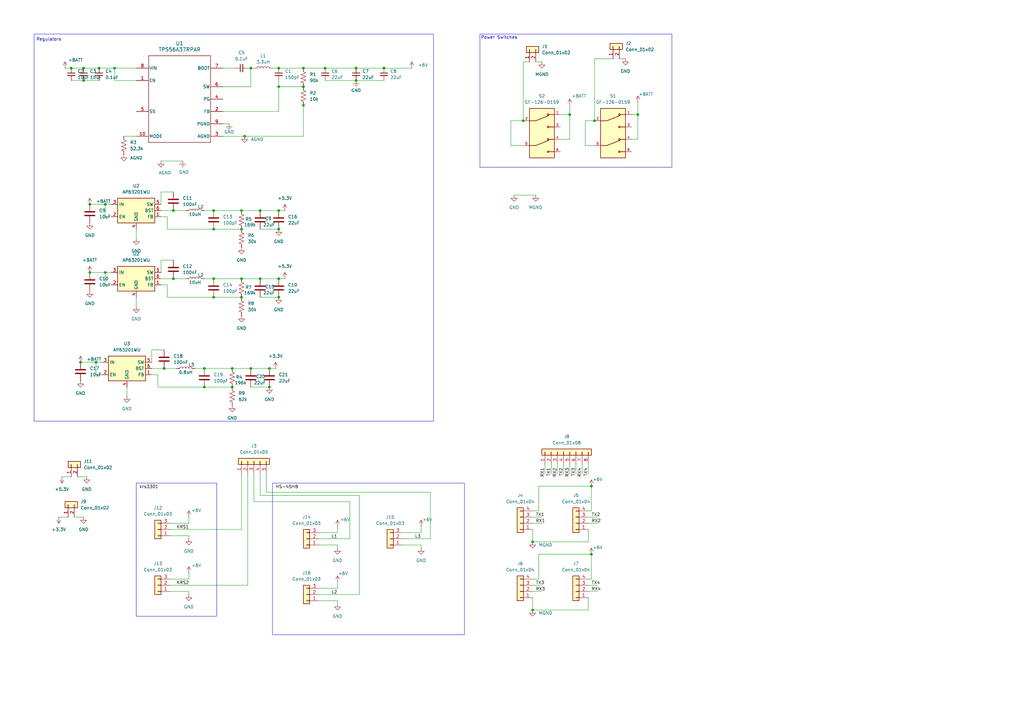
<source format=kicad_sch>
(kicad_sch (version 20250114) (generator "eeschema") (generator_version "9.0")
  (paper "A3")
  (lib_symbols
    (symbol "2026-01-05_00-17-44:TPS56A37RPAR" (pin_names (offset 0.254))
      (property "Reference" "U" (at 0 2.54 0))
      (property "Value" "TPS56A37RPAR" (at 0 0 0))
      (symbol "TPS56A37RPAR_0_1"
        (pin power_in line (at 0 0 0) (length 5.08) (name "VIN") (number "8"))
        (pin input line (at 0 -5.08 0) (length 5.08) (name "EN") (number "1"))
        (pin unspecified line (at 0 -17.78 0) (length 5.08) (name "SS") (number "5"))
        (pin unspecified line (at 0 -27.94 0) (length 5.08) (name "MODE") (number "10"))
        (pin unspecified line (at 35.56 0 180) (length 5.08) (name "BOOT") (number "7"))
        (pin unspecified line (at 35.56 -7.62 180) (length 5.08) (name "SW") (number "6"))
        (pin open_collector line (at 35.56 -12.7 180) (length 5.08) (name "PG") (number "4"))
        (pin unspecified line (at 35.56 -17.78 180) (length 5.08) (name "FB") (number "2"))
        (pin power_in line (at 35.56 -22.86 180) (length 5.08) (name "PGND") (number "9"))
        (pin power_in line (at 35.56 -27.94 180) (length 5.08) (name "AGND") (number "3"))
      )
    )
    (symbol "Connector_Generic:Conn_01x02" (pin_names (offset 1.016) (hide yes))
      (property "Reference" "J" (at 0 2.54 0))
      (property "Value" "Conn_01x02" (at 0 -5.08 0))
      (symbol "Conn_01x02_1_1"
        (pin passive line (at -5.08 0 0) (length 3.81) (name "Pin_1") (number "1"))
        (pin passive line (at -5.08 -2.54 0) (length 3.81) (name "Pin_2") (number "2"))
      )
    )
    (symbol "Connector_Generic:Conn_01x03" (pin_names (offset 1.016) (hide yes))
      (property "Reference" "J" (at 0 5.08 0))
      (property "Value" "Conn_01x03" (at 0 -5.08 0))
      (symbol "Conn_01x03_1_1"
        (pin passive line (at -5.08 2.54 0) (length 3.81) (name "Pin_1") (number "1"))
        (pin passive line (at -5.08 0 0) (length 3.81) (name "Pin_2") (number "2"))
        (pin passive line (at -5.08 -2.54 0) (length 3.81) (name "Pin_3") (number "3"))
      )
    )
    (symbol "Connector_Generic:Conn_01x04" (pin_names (offset 1.016) (hide yes))
      (property "Reference" "J" (at 0 5.08 0))
      (property "Value" "Conn_01x04" (at 0 -7.62 0))
      (symbol "Conn_01x04_1_1"
        (pin passive line (at -5.08 2.54 0) (length 3.81) (name "Pin_1") (number "1"))
        (pin passive line (at -5.08 0 0) (length 3.81) (name "Pin_2") (number "2"))
        (pin passive line (at -5.08 -2.54 0) (length 3.81) (name "Pin_3") (number "3"))
        (pin passive line (at -5.08 -5.08 0) (length 3.81) (name "Pin_4") (number "4"))
      )
    )
    (symbol "Connector_Generic:Conn_01x05" (pin_names (offset 1.016) (hide yes))
      (property "Reference" "J" (at 0 7.62 0))
      (property "Value" "Conn_01x05" (at 0 -7.62 0))
      (symbol "Conn_01x05_1_1"
        (pin passive line (at -5.08 5.08 0) (length 3.81) (name "Pin_1") (number "1"))
        (pin passive line (at -5.08 2.54 0) (length 3.81) (name "Pin_2") (number "2"))
        (pin passive line (at -5.08 0 0) (length 3.81) (name "Pin_3") (number "3"))
        (pin passive line (at -5.08 -2.54 0) (length 3.81) (name "Pin_4") (number "4"))
        (pin passive line (at -5.08 -5.08 0) (length 3.81) (name "Pin_5") (number "5"))
      )
    )
    (symbol "Connector_Generic:Conn_01x08" (pin_names (offset 1.016) (hide yes))
      (property "Reference" "J" (at 0 10.16 0))
      (property "Value" "Conn_01x08" (at 0 -12.7 0))
      (symbol "Conn_01x08_1_1"
        (pin passive line (at -5.08 7.62 0) (length 3.81) (name "Pin_1") (number "1"))
        (pin passive line (at -5.08 5.08 0) (length 3.81) (name "Pin_2") (number "2"))
        (pin passive line (at -5.08 2.54 0) (length 3.81) (name "Pin_3") (number "3"))
        (pin passive line (at -5.08 0 0) (length 3.81) (name "Pin_4") (number "4"))
        (pin passive line (at -5.08 -2.54 0) (length 3.81) (name "Pin_5") (number "5"))
        (pin passive line (at -5.08 -5.08 0) (length 3.81) (name "Pin_6") (number "6"))
        (pin passive line (at -5.08 -7.62 0) (length 3.81) (name "Pin_7") (number "7"))
        (pin passive line (at -5.08 -10.16 0) (length 3.81) (name "Pin_8") (number "8"))
      )
    )
    (symbol "Device:C" (pin_numbers (hide yes)) (pin_names (offset 0.254))
      (property "Reference" "C" (at 0.635 2.54 0))
      (property "Value" "C" (at 0.635 -2.54 0))
      (symbol "C_1_1"
        (pin passive line (at 0 3.81 270) (length 2.794) (name "~") (number "1"))
        (pin passive line (at 0 -3.81 90) (length 2.794) (name "~") (number "2"))
      )
    )
    (symbol "Device:C_Small" (pin_numbers (hide yes)) (pin_names (offset 0.254) (hide yes))
      (property "Reference" "C" (at 0.254 1.778 0))
      (property "Value" "C_Small" (at 0.254 -2.032 0))
      (symbol "C_Small_1_1"
        (pin passive line (at 0 2.54 270) (length 2.032) (name "~") (number "1"))
        (pin passive line (at 0 -2.54 90) (length 2.032) (name "~") (number "2"))
      )
    )
    (symbol "Device:L" (pin_numbers (hide yes)) (pin_names (offset 1.016) (hide yes))
      (property "Reference" "L" (at -1.27 0 90))
      (property "Value" "L" (at 1.905 0 90))
      (symbol "L_1_1"
        (pin passive line (at 0 3.81 270) (length 1.27) (name "1") (number "1"))
        (pin passive line (at 0 -3.81 90) (length 1.27) (name "2") (number "2"))
      )
    )
    (symbol "Device:R_US" (pin_numbers (hide yes)) (pin_names (offset 0))
      (property "Reference" "R" (at 2.54 0 90))
      (property "Value" "R_US" (at -2.54 0 90))
      (symbol "R_US_1_1"
        (pin passive line (at 0 3.81 270) (length 1.27) (name "~") (number "1"))
        (pin passive line (at 0 -3.81 90) (length 1.27) (name "~") (number "2"))
      )
    )
    (symbol "GF-126-0159:GF-126-0159" (pin_names (offset 1.016))
      (property "Reference" "S" (at -5.08 10.922 0))
      (property "Value" "GF-126-0159" (at -5.08 -12.7 0))
      (symbol "GF-126-0159_0_0"
        (pin passive line (at -7.62 5.08 0) (length 2.54) (name "~") (number "2"))
        (pin passive line (at -7.62 -5.08 0) (length 2.54) (name "~") (number "5"))
        (pin passive line (at 7.62 7.62 180) (length 2.54) (name "~") (number "1"))
        (pin passive line (at 7.62 2.54 180) (length 2.54) (name "~") (number "3"))
        (pin passive line (at 7.62 -2.54 180) (length 2.54) (name "~") (number "4"))
        (pin passive line (at 7.62 -7.62 180) (length 2.54) (name "~") (number "6"))
      )
    )
    (symbol "Regulator_Switching:AP63201WU"
      (property "Reference" "U" (at -7.62 6.35 0))
      (property "Value" "AP63201WU" (at 2.54 6.35 0))
      (symbol "AP63201WU_1_1"
        (pin power_in line (at -10.16 2.54 0) (length 2.54) (name "IN") (number "3"))
        (pin input line (at -10.16 -2.54 0) (length 2.54) (name "EN") (number "2"))
        (pin power_in line (at 0 -7.62 90) (length 2.54) (name "GND") (number "4"))
        (pin output line (at 10.16 2.54 180) (length 2.54) (name "SW") (number "5"))
        (pin passive line (at 10.16 0 180) (length 2.54) (name "BST") (number "6"))
        (pin input line (at 10.16 -2.54 180) (length 2.54) (name "FB") (number "1"))
      )
    )
    (symbol "power:+1V0" (power) (pin_numbers (hide yes)) (pin_names (offset 0) (hide yes))
      (property "Value" "+1V0" (at 0 3.556 0))
      (symbol "+1V0_1_1"
        (pin power_in line (at 0 0 90) (length 0) (name "~") (number "1"))
      )
    )
    (symbol "power:+6V" (power) (pin_numbers (hide yes)) (pin_names (offset 0) (hide yes))
      (property "Value" "+6V" (at 0 3.556 0))
      (symbol "+6V_1_1"
        (pin power_in line (at 0 0 90) (length 0) (name "~") (number "1"))
      )
    )
    (symbol "power:Earth" (power) (pin_numbers (hide yes)) (pin_names (offset 0) (hide yes))
      (property "Value" "Earth" (at 0 -3.81 0))
      (symbol "Earth_1_1"
        (pin power_in line (at 0 0 270) (length 0) (name "~") (number "1"))
      )
    )
    (symbol "power:GND" (power) (pin_numbers (hide yes)) (pin_names (offset 0) (hide yes))
      (property "Value" "GND" (at 0 -3.81 0))
      (symbol "GND_1_1"
        (pin power_in line (at 0 0 270) (length 0) (name "~") (number "1"))
      )
    )
  )
  (rectangle (start 111.76 198.12) (end 190.5 260.35))
  (rectangle (start 196.85 13.97) (end 275.59 68.58))
  (rectangle (start 55.88 198.12) (end 88.9 252.73))
  (rectangle (start 13.97 13.97) (end 177.8 172.72))
  (text "Regulators\n" (at 20.066 16.256 0) (effects (font (size 1.27 1.27))))
  (text "Power Switches\n" (at 204.724 15.494 0) (effects (font (size 1.27 1.27))))
  (junction (at 124.46 27.94))
  (junction (at 157.48 27.94))
  (junction (at 243.84 49.53))
  (junction (at 242.57 227.33))
  (junction (at 83.82 151.13))
  (junction (at 124.46 35.56))
  (junction (at 95.25 158.75))
  (junction (at 114.3 114.3))
  (junction (at 87.63 86.36))
  (junction (at 39.37 148.59))
  (junction (at 100.33 55.88))
  (junction (at 40.64 27.94))
  (junction (at 36.83 83.82))
  (junction (at 87.63 114.3))
  (junction (at 95.25 151.13))
  (junction (at 87.63 121.92))
  (junction (at 87.63 93.98))
  (junction (at 83.82 158.75))
  (junction (at 114.3 35.56))
  (junction (at 218.44 250.19))
  (junction (at 114.3 93.98))
  (junction (at 99.06 121.92))
  (junction (at 146.05 33.02))
  (junction (at 36.83 111.76))
  (junction (at 114.3 86.36))
  (junction (at 43.18 111.76))
  (junction (at 34.29 27.94))
  (junction (at 106.68 86.36))
  (junction (at 146.05 27.94))
  (junction (at 242.57 199.39))
  (junction (at 46.99 27.94))
  (junction (at 114.3 27.94))
  (junction (at 71.12 114.3))
  (junction (at 99.06 114.3))
  (junction (at 99.06 86.36))
  (junction (at 34.29 33.02))
  (junction (at 114.3 121.92))
  (junction (at 29.21 27.94))
  (junction (at 261.62 46.99))
  (junction (at 124.46 43.18))
  (junction (at 133.35 27.94))
  (junction (at 71.12 86.36))
  (junction (at 110.49 158.75))
  (junction (at 33.02 148.59))
  (junction (at 218.44 222.25))
  (junction (at 102.87 27.94))
  (junction (at 214.63 49.53))
  (junction (at 67.31 151.13))
  (junction (at 102.87 151.13))
  (junction (at 43.18 83.82))
  (junction (at 99.06 93.98))
  (junction (at 110.49 151.13))
  (junction (at 233.68 46.99))
  (junction (at 106.68 114.3))
  (wire (pts (xy 147.32 203.2) (xy 106.68 203.2)))
  (wire (pts (xy 40.64 33.02) (xy 34.29 33.02)))
  (wire (pts (xy 29.21 195.58) (xy 25.4 195.58)))
  (wire (pts (xy 68.58 116.84) (xy 66.04 116.84)))
  (wire (pts (xy 209.55 49.53) (xy 214.63 49.53)))
  (wire (pts (xy 238.76 190.5) (xy 238.76 194.31)))
  (wire (pts (xy 26.67 27.94) (xy 29.21 27.94)))
  (wire (pts (xy 261.62 46.99) (xy 261.62 57.15)))
  (wire (pts (xy 106.68 114.3) (xy 99.06 114.3)))
  (wire (pts (xy 218.44 250.19) (xy 241.3 250.19)))
  (wire (pts (xy 241.3 190.5) (xy 241.3 194.31)))
  (wire (pts (xy 240.03 49.53) (xy 243.84 49.53)))
  (wire (pts (xy 233.68 190.5) (xy 233.68 194.31)))
  (wire (pts (xy 66.04 86.36) (xy 71.12 86.36)))
  (wire (pts (xy 45.72 116.84) (xy 43.18 116.84)))
  (wire (pts (xy 43.18 83.82) (xy 36.83 83.82)))
  (wire (pts (xy 27.94 212.09) (xy 24.13 212.09)))
  (wire (pts (xy 240.03 59.69) (xy 240.03 49.53)))
  (wire (pts (xy 256.54 24.13) (xy 254 24.13)))
  (wire (pts (xy 233.68 57.15) (xy 229.87 57.15)))
  (wire (pts (xy 114.3 33.02) (xy 114.3 35.56)))
  (wire (pts (xy 69.85 237.49) (xy 77.47 237.49)))
  (wire (pts (xy 87.63 93.98) (xy 68.58 93.98)))
  (wire (pts (xy 110.49 158.75) (xy 102.87 158.75)))
  (wire (pts (xy 62.23 143.51) (xy 67.31 143.51)))
  (wire (pts (xy 157.48 27.94) (xy 168.91 27.94)))
  (wire (pts (xy 157.48 27.94) (xy 146.05 27.94)))
  (wire (pts (xy 77.47 219.71) (xy 77.47 220.98)))
  (wire (pts (xy 76.2 114.3) (xy 71.12 114.3)))
  (wire (pts (xy 130.81 220.98) (xy 143.51 220.98)))
  (wire (pts (xy 102.87 35.56) (xy 102.87 27.94)))
  (wire (pts (xy 241.3 242.57) (xy 245.11 242.57)))
  (wire (pts (xy 100.33 55.88) (xy 91.44 55.88)))
  (wire (pts (xy 46.99 33.02) (xy 55.88 33.02)))
  (wire (pts (xy 111.76 27.94) (xy 114.3 27.94)))
  (wire (pts (xy 172.72 215.9) (xy 172.72 218.44)))
  (wire (pts (xy 218.44 242.57) (xy 222.25 242.57)))
  (wire (pts (xy 64.77 158.75) (xy 64.77 153.67)))
  (wire (pts (xy 241.3 222.25) (xy 241.3 217.17)))
  (wire (pts (xy 43.18 88.9) (xy 43.18 83.82)))
  (wire (pts (xy 241.3 240.03) (xy 245.11 240.03)))
  (wire (pts (xy 220.98 209.55) (xy 220.98 199.39)))
  (wire (pts (xy 165.1 223.52) (xy 172.72 223.52)))
  (wire (pts (xy 43.18 116.84) (xy 43.18 111.76)))
  (wire (pts (xy 91.44 45.72) (xy 114.3 45.72)))
  (wire (pts (xy 52.07 162.56) (xy 52.07 158.75)))
  (wire (pts (xy 220.98 237.49) (xy 220.98 227.33)))
  (wire (pts (xy 114.3 35.56) (xy 124.46 35.56)))
  (wire (pts (xy 62.23 151.13) (xy 67.31 151.13)))
  (wire (pts (xy 176.53 201.93) (xy 176.53 220.98)))
  (wire (pts (xy 165.1 220.98) (xy 176.53 220.98)))
  (wire (pts (xy 242.57 209.55) (xy 241.3 209.55)))
  (wire (pts (xy 29.21 27.94) (xy 34.29 27.94)))
  (wire (pts (xy 77.47 212.09) (xy 77.47 214.63)))
  (wire (pts (xy 114.3 121.92) (xy 106.68 121.92)))
  (wire (pts (xy 241.3 212.09) (xy 245.11 212.09)))
  (wire (pts (xy 66.04 111.76) (xy 66.04 106.68)))
  (wire (pts (xy 80.01 151.13) (xy 83.82 151.13)))
  (wire (pts (xy 214.63 59.69) (xy 209.55 59.69)))
  (wire (pts (xy 218.44 222.25) (xy 241.3 222.25)))
  (wire (pts (xy 138.43 223.52) (xy 138.43 224.79)))
  (wire (pts (xy 95.25 158.75) (xy 83.82 158.75)))
  (wire (pts (xy 242.57 227.33) (xy 242.57 237.49)))
  (wire (pts (xy 130.81 223.52) (xy 138.43 223.52)))
  (wire (pts (xy 45.72 83.82) (xy 43.18 83.82)))
  (wire (pts (xy 214.63 25.4) (xy 214.63 49.53)))
  (wire (pts (xy 101.6 194.31) (xy 101.6 240.03)))
  (wire (pts (xy 91.44 35.56) (xy 102.87 35.56)))
  (wire (pts (xy 130.81 246.38) (xy 138.43 246.38)))
  (wire (pts (xy 68.58 93.98) (xy 68.58 88.9)))
  (wire (pts (xy 220.98 199.39) (xy 242.57 199.39)))
  (wire (pts (xy 138.43 215.9) (xy 138.43 218.44)))
  (wire (pts (xy 91.44 50.8) (xy 93.98 50.8)))
  (wire (pts (xy 157.48 33.02) (xy 146.05 33.02)))
  (wire (pts (xy 30.48 212.09) (xy 34.29 212.09)))
  (wire (pts (xy 138.43 246.38) (xy 138.43 247.65)))
  (wire (pts (xy 218.44 217.17) (xy 218.44 222.25)))
  (wire (pts (xy 29.21 33.02) (xy 34.29 33.02)))
  (wire (pts (xy 133.35 27.94) (xy 146.05 27.94)))
  (wire (pts (xy 218.44 240.03) (xy 222.25 240.03)))
  (wire (pts (xy 226.06 190.5) (xy 226.06 194.31)))
  (wire (pts (xy 102.87 151.13) (xy 110.49 151.13)))
  (wire (pts (xy 99.06 217.17) (xy 99.06 194.31)))
  (wire (pts (xy 99.06 121.92) (xy 87.63 121.92)))
  (wire (pts (xy 50.8 55.88) (xy 55.88 55.88)))
  (wire (pts (xy 138.43 238.76) (xy 138.43 241.3)))
  (wire (pts (xy 72.39 151.13) (xy 67.31 151.13)))
  (wire (pts (xy 91.44 27.94) (xy 96.52 27.94)))
  (wire (pts (xy 114.3 93.98) (xy 106.68 93.98)))
  (wire (pts (xy 99.06 93.98) (xy 87.63 93.98)))
  (wire (pts (xy 69.85 240.03) (xy 101.6 240.03)))
  (wire (pts (xy 109.22 201.93) (xy 176.53 201.93)))
  (wire (pts (xy 106.68 114.3) (xy 114.3 114.3)))
  (wire (pts (xy 223.52 190.5) (xy 223.52 194.31)))
  (wire (pts (xy 231.14 190.5) (xy 231.14 194.31)))
  (wire (pts (xy 228.6 190.5) (xy 228.6 194.31)))
  (wire (pts (xy 46.99 27.94) (xy 55.88 27.94)))
  (wire (pts (xy 233.68 43.18) (xy 233.68 46.99)))
  (wire (pts (xy 233.68 46.99) (xy 229.87 46.99)))
  (wire (pts (xy 83.82 114.3) (xy 87.63 114.3)))
  (wire (pts (xy 261.62 46.99) (xy 259.08 46.99)))
  (wire (pts (xy 41.91 148.59) (xy 39.37 148.59)))
  (wire (pts (xy 31.75 195.58) (xy 35.56 195.58)))
  (wire (pts (xy 113.03 151.13) (xy 110.49 151.13)))
  (wire (pts (xy 218.44 209.55) (xy 220.98 209.55)))
  (wire (pts (xy 39.37 153.67) (xy 39.37 148.59)))
  (wire (pts (xy 243.84 49.53) (xy 243.84 24.13)))
  (wire (pts (xy 106.68 86.36) (xy 114.3 86.36)))
  (wire (pts (xy 143.51 205.74) (xy 104.14 205.74)))
  (wire (pts (xy 99.06 114.3) (xy 87.63 114.3)))
  (wire (pts (xy 77.47 234.95) (xy 77.47 237.49)))
  (wire (pts (xy 243.84 24.13) (xy 251.46 24.13)))
  (wire (pts (xy 116.84 114.3) (xy 114.3 114.3)))
  (wire (pts (xy 66.04 114.3) (xy 71.12 114.3)))
  (wire (pts (xy 124.46 41.91) (xy 124.46 43.18)))
  (wire (pts (xy 261.62 57.15) (xy 259.08 57.15)))
  (wire (pts (xy 236.22 190.5) (xy 236.22 194.31)))
  (wire (pts (xy 74.93 66.04) (xy 66.04 66.04)))
  (wire (pts (xy 218.44 237.49) (xy 220.98 237.49)))
  (wire (pts (xy 222.25 25.4) (xy 219.71 25.4)))
  (wire (pts (xy 106.68 203.2) (xy 106.68 194.31)))
  (wire (pts (xy 69.85 242.57) (xy 77.47 242.57)))
  (wire (pts (xy 165.1 218.44) (xy 172.72 218.44)))
  (wire (pts (xy 143.51 220.98) (xy 143.51 205.74)))
  (wire (pts (xy 76.2 86.36) (xy 71.12 86.36)))
  (wire (pts (xy 99.06 86.36) (xy 87.63 86.36)))
  (wire (pts (xy 55.88 97.79) (xy 55.88 93.98)))
  (wire (pts (xy 77.47 242.57) (xy 77.47 243.84)))
  (wire (pts (xy 261.62 41.91) (xy 261.62 46.99)))
  (wire (pts (xy 124.46 43.18) (xy 124.46 55.88)))
  (wire (pts (xy 124.46 27.94) (xy 133.35 27.94)))
  (wire (pts (xy 124.46 55.88) (xy 100.33 55.88)))
  (wire (pts (xy 45.72 88.9) (xy 43.18 88.9)))
  (wire (pts (xy 69.85 214.63) (xy 77.47 214.63)))
  (wire (pts (xy 66.04 106.68) (xy 71.12 106.68)))
  (wire (pts (xy 210.82 80.01) (xy 219.71 80.01)))
  (wire (pts (xy 133.35 33.02) (xy 146.05 33.02)))
  (wire (pts (xy 218.44 214.63) (xy 222.25 214.63)))
  (wire (pts (xy 104.14 205.74) (xy 104.14 194.31)))
  (wire (pts (xy 114.3 27.94) (xy 124.46 27.94)))
  (wire (pts (xy 233.68 46.99) (xy 233.68 57.15)))
  (wire (pts (xy 66.04 83.82) (xy 66.04 78.74)))
  (wire (pts (xy 109.22 194.31) (xy 109.22 201.93)))
  (wire (pts (xy 66.04 78.74) (xy 71.12 78.74)))
  (wire (pts (xy 62.23 148.59) (xy 62.23 143.51)))
  (wire (pts (xy 83.82 158.75) (xy 64.77 158.75)))
  (wire (pts (xy 101.6 27.94) (xy 102.87 27.94)))
  (wire (pts (xy 218.44 245.11) (xy 218.44 250.19)))
  (wire (pts (xy 218.44 212.09) (xy 222.25 212.09)))
  (wire (pts (xy 242.57 199.39) (xy 242.57 209.55)))
  (wire (pts (xy 114.3 45.72) (xy 114.3 35.56)))
  (wire (pts (xy 241.3 214.63) (xy 245.11 214.63)))
  (wire (pts (xy 64.77 153.67) (xy 62.23 153.67)))
  (wire (pts (xy 172.72 223.52) (xy 172.72 224.79)))
  (wire (pts (xy 34.29 27.94) (xy 40.64 27.94)))
  (wire (pts (xy 214.63 25.4) (xy 217.17 25.4)))
  (wire (pts (xy 242.57 237.49) (xy 241.3 237.49)))
  (wire (pts (xy 69.85 219.71) (xy 77.47 219.71)))
  (wire (pts (xy 116.84 86.36) (xy 114.3 86.36)))
  (wire (pts (xy 55.88 125.73) (xy 55.88 121.92)))
  (wire (pts (xy 130.81 243.84) (xy 147.32 243.84)))
  (wire (pts (xy 41.91 153.67) (xy 39.37 153.67)))
  (wire (pts (xy 43.18 111.76) (xy 36.83 111.76)))
  (wire (pts (xy 39.37 148.59) (xy 33.02 148.59)))
  (wire (pts (xy 68.58 88.9) (xy 66.04 88.9)))
  (wire (pts (xy 241.3 250.19) (xy 241.3 245.11)))
  (wire (pts (xy 46.99 27.94) (xy 46.99 33.02)))
  (wire (pts (xy 83.82 86.36) (xy 87.63 86.36)))
  (wire (pts (xy 209.55 59.69) (xy 209.55 49.53)))
  (wire (pts (xy 45.72 111.76) (xy 43.18 111.76)))
  (wire (pts (xy 102.87 27.94) (xy 104.14 27.94)))
  (wire (pts (xy 40.64 27.94) (xy 46.99 27.94)))
  (wire (pts (xy 106.68 86.36) (xy 99.06 86.36)))
  (wire (pts (xy 243.84 59.69) (xy 240.03 59.69)))
  (wire (pts (xy 95.25 151.13) (xy 83.82 151.13)))
  (wire (pts (xy 102.87 151.13) (xy 95.25 151.13)))
  (wire (pts (xy 87.63 121.92) (xy 68.58 121.92)))
  (wire (pts (xy 220.98 227.33) (xy 242.57 227.33)))
  (wire (pts (xy 68.58 121.92) (xy 68.58 116.84)))
  (wire (pts (xy 130.81 241.3) (xy 138.43 241.3)))
  (wire (pts (xy 147.32 243.84) (xy 147.32 203.2)))
  (wire (pts (xy 69.85 217.17) (xy 99.06 217.17)))
  (wire (pts (xy 130.81 218.44) (xy 138.43 218.44)))
  (label "RX2" (at 228.6 191.77 270))
  (label "KRS1" (at 72.39 217.17 0))
  (label "TX1" (at 226.06 191.77 270))
  (label "TX2" (at 242.57 212.09 0))
  (label "RX4" (at 242.57 242.57 0))
  (label "TX4" (at 242.57 240.03 0))
  (label "TX1" (at 219.71 212.09 0))
  (label "TX2" (at 231.14 191.77 270))
  (label "L1" (at 135.89 220.98 0))
  (label "L2" (at 135.89 243.84 0))
  (label "HS-45HB" (at 113.03 200.66 0))
  (label "RX3" (at 219.71 242.57 0))
  (label "L3" (at 170.18 220.98 0))
  (label "TX3" (at 219.71 240.03 0))
  (label "RX3" (at 233.68 191.77 270))
  (label "KRS2" (at 72.39 240.03 0))
  (label "RX1" (at 223.52 191.77 270))
  (label "RX1" (at 219.71 214.63 0))
  (label "RX4" (at 238.76 191.77 270))
  (label "RX2" (at 242.57 214.63 0))
  (label "krs3301" (at 57.15 200.66 0))
  (label "TX4" (at 241.3 191.77 270))
  (label "TX3" (at 236.22 191.77 270))
  (symbol (lib_id "Device:L") (at 80.01 86.36 90) (unit 1)
    (property "Reference" "L2" (at 82.296 84.836 90))
    (property "Value" "10uH" (at 80.01 87.884 90))
    (property "Footprint" "Inductor_SMD:L_1210_3225Metric" (effects (hide yes)))
    (property "Description" "Inductor" (effects (hide yes)))
  )
  (symbol (lib_id "power:GND") (at 55.88 97.79 0) (unit 1)
    (property "Reference" "#PWR010" (effects (hide yes)))
    (property "Value" "GND" (at 55.88 102.87 0))
    (property "Description" "Power symbol creates a global label with name \"GND\" , ground" (effects (hide yes)))
  )
  (symbol (lib_id "Connector_Generic:Conn_01x02") (at 251.46 19.05 90) (unit 1)
    (property "Reference" "J2" (at 256.54 17.7799 90) (effects (justify right)))
    (property "Value" "Conn_01x02" (at 256.54 20.3199 90) (effects (justify right)))
    (property "Footprint" "Connector_Molex:Molex_KK-396_A-41791-0002_1x02_P3.96mm_Vertical" (effects (hide yes)))
    (property "Description" "Generic connector, single row, 01x02, script generated (kicad-library-utils/schlib/autogen/connector/)" (effects (hide yes)))
  )
  (symbol (lib_id "power:GND") (at 218.44 250.19 0) (unit 1)
    (property "Reference" "#PWR033" (effects (hide yes)))
    (property "Value" "MGND" (at 220.98 251.4599 0) (effects (justify left)))
    (property "Description" "Power symbol creates a global label with name \"GND\" , ground" (effects (hide yes)))
  )
  (symbol (lib_id "power:+1V0") (at 36.83 83.82 0) (unit 1)
    (property "Reference" "#PWR028" (effects (hide yes)))
    (property "Value" "+BATT" (at 39.37 82.5499 0) (effects (justify left)))
    (property "Description" "Power symbol creates a global label with name \"+1V0\"" (effects (hide yes)))
  )
  (symbol (lib_id "Device:C_Small") (at 157.48 30.48 0) (unit 1)
    (property "Reference" "C8" (at 160.02 29.2162 0) (effects (justify left)))
    (property "Value" "22uF" (at 160.02 31.7562 0) (effects (justify left)))
    (property "Description" "Unpolarized capacitor, small symbol" (effects (hide yes)))
  )
  (symbol (lib_id "GF-126-0159:GF-126-0159") (at 251.46 54.61 0) (unit 1)
    (property "Reference" "S1" (at 251.46 39.37 0))
    (property "Value" "GF-126-0159" (at 251.46 41.91 0))
    (property "Footprint" "GF_126_0159:SW_GF-126-0159" (effects (hide yes)))
    (property "MF" "CW Industries" (effects (hide yes)))
    (property "Purchase-URL" "https://pricing.snapeda.com/search/part/GF-126-0159/?ref=eda" (effects (hide yes)))
    (property "Package" "None" (effects (hide yes)))
    (property "Price" "None" (effects (hide yes)))
    (property "MP" "GF-126-0159" (effects (hide yes)))
    (property "Availability" "In Stock" (effects (hide yes)))
    (property "Description_1" "Slide Switch DPDT Through Hole" (effects (hide yes)))
  )
  (symbol (lib_id "power:GND") (at 95.25 166.37 0) (unit 1)
    (property "Reference" "#PWR015" (effects (hide yes)))
    (property "Value" "GND" (at 95.25 171.45 0))
    (property "Description" "Power symbol creates a global label with name \"GND\" , ground" (effects (hide yes)))
  )
  (symbol (lib_id "power:+6V") (at 26.67 27.94 0) (unit 1)
    (property "Reference" "#PWR01" (effects (hide yes)))
    (property "Value" "+BATT" (at 27.94 24.638 0) (effects (justify left)))
    (property "Description" "Power symbol creates a global label with name \"+6V\"" (effects (hide yes)))
  )
  (symbol (lib_id "Device:R_US") (at 99.06 90.17 0) (unit 1)
    (property "Reference" "R5" (at 100.584 89.916 0) (effects (justify left)))
    (property "Value" "169k" (at 100.076 92.202 0) (effects (justify left)))
    (property "Footprint" "Resistor_SMD:R_0603_1608Metric" (effects (hide yes)))
    (property "Description" "Resistor, US symbol" (effects (hide yes)))
  )
  (symbol (lib_id "power:GND") (at 172.72 224.79 0) (unit 1)
    (property "Reference" "#PWR039" (effects (hide yes)))
    (property "Value" "GND" (at 172.72 229.87 0))
    (property "Description" "Power symbol creates a global label with name \"GND\" , ground" (effects (hide yes)))
  )
  (symbol (lib_id "Device:C_Small") (at 133.35 30.48 0) (unit 1)
    (property "Reference" "C6" (at 135.89 29.2162 0) (effects (justify left)))
    (property "Value" "22uF" (at 135.89 31.7562 0) (effects (justify left)))
    (property "Description" "Unpolarized capacitor, small symbol" (effects (hide yes)))
  )
  (symbol (lib_id "power:GND") (at 256.54 24.13 0) (unit 1)
    (property "Reference" "#PWR019" (effects (hide yes)))
    (property "Value" "GND" (at 256.54 29.21 0))
    (property "Description" "Power symbol creates a global label with name \"GND\" , ground" (effects (hide yes)))
  )
  (symbol (lib_id "power:+1V0") (at 33.02 148.59 0) (unit 1)
    (property "Reference" "#PWR012" (effects (hide yes)))
    (property "Value" "+BATT" (at 35.56 147.3199 0) (effects (justify left)))
    (property "Description" "Power symbol creates a global label with name \"+1V0\"" (effects (hide yes)))
  )
  (symbol (lib_id "Regulator_Switching:AP63201WU") (at 55.88 86.36 0) (unit 1)
    (property "Reference" "U2" (at 55.88 76.2 0))
    (property "Value" "AP63201WU" (at 55.88 78.74 0))
    (property "Footprint" "Package_TO_SOT_SMD:TSOT-23-6" (effects (hide yes)))
    (property "Datasheet" "https://www.diodes.com/assets/Datasheets/AP63200-AP63201-AP63203-AP63205.pdf" (effects (hide yes)))
    (property "Description" "2A, 500kHz Buck DC/DC Converter, adjustable output voltage, TSOT-23-6" (effects (hide yes)))
  )
  (symbol (lib_id "power:+1V0") (at 116.84 114.3 0) (unit 1)
    (property "Reference" "#PWR031" (effects (hide yes)))
    (property "Value" "+5.3V" (at 116.84 109.22 0))
    (property "Description" "Power symbol creates a global label with name \"+1V0\"" (effects (hide yes)))
  )
  (symbol (lib_id "Device:C") (at 36.83 87.63 0) (unit 1)
    (property "Reference" "C9" (at 40.64 86.3599 0) (effects (justify left)))
    (property "Value" "10uF" (at 40.64 88.8999 0) (effects (justify left)))
    (property "Footprint" "Capacitor_SMD:C_0603_1608Metric" (effects (hide yes)))
    (property "Description" "Unpolarized capacitor" (effects (hide yes)))
  )
  (symbol (lib_id "Connector_Generic:Conn_01x03") (at 64.77 217.17 180) (unit 1)
    (property "Reference" "J12" (at 64.77 208.28 0))
    (property "Value" "Conn_01x03" (at 64.77 210.82 0))
    (property "Footprint" "Connector_JST:JST_EH_B3B-EH-A_1x03_P2.50mm_Vertical" (effects (hide yes)))
    (property "Description" "Generic connector, single row, 01x03, script generated (kicad-library-utils/schlib/autogen/connector/)" (effects (hide yes)))
  )
  (symbol (lib_id "Connector_Generic:Conn_01x04") (at 236.22 214.63 180) (unit 1)
    (property "Reference" "J5" (at 236.22 203.2 0))
    (property "Value" "Conn_01x04" (at 236.22 205.74 0))
    (property "Description" "Generic connector, single row, 01x04, script generated (kicad-library-utils/schlib/autogen/connector/)" (effects (hide yes)))
  )
  (symbol (lib_id "Connector_Generic:Conn_01x02") (at 217.17 20.32 90) (unit 1)
    (property "Reference" "J1" (at 222.25 19.0499 90) (effects (justify right)))
    (property "Value" "Conn_01x02" (at 222.25 21.5899 90) (effects (justify right)))
    (property "Footprint" "Connector_Molex:Molex_KK-396_A-41791-0002_1x02_P3.96mm_Vertical" (effects (hide yes)))
    (property "Description" "Generic connector, single row, 01x02, script generated (kicad-library-utils/schlib/autogen/connector/)" (effects (hide yes)))
  )
  (symbol (lib_id "Device:C") (at 102.87 154.94 0) (unit 1)
    (property "Reference" "C20" (at 104.902 154.432 0) (effects (justify left)))
    (property "Value" "22uF" (at 104.14 156.972 0) (effects (justify left)))
    (property "Footprint" "Capacitor_SMD:C_0603_1608Metric" (effects (hide yes)))
    (property "Description" "Unpolarized capacitor" (effects (hide yes)))
  )
  (symbol (lib_id "power:+1V0") (at 24.13 212.09 180) (unit 1)
    (property "Reference" "#PWR042" (effects (hide yes)))
    (property "Value" "+3.3V" (at 24.13 217.17 0))
    (property "Description" "Power symbol creates a global label with name \"+1V0\"" (effects (hide yes)))
  )
  (symbol (lib_id "Device:C_Small") (at 146.05 30.48 0) (unit 1)
    (property "Reference" "C7" (at 148.59 29.2162 0) (effects (justify left)))
    (property "Value" "22uF" (at 148.59 31.7562 0) (effects (justify left)))
    (property "Description" "Unpolarized capacitor, small symbol" (effects (hide yes)))
  )
  (symbol (lib_id "power:+1V0") (at 36.83 111.76 0) (unit 1)
    (property "Reference" "#PWR09" (effects (hide yes)))
    (property "Value" "+BATT" (at 36.83 106.68 0))
    (property "Description" "Power symbol creates a global label with name \"+1V0\"" (effects (hide yes)))
  )
  (symbol (lib_id "Device:C_Small") (at 34.29 30.48 0) (unit 1)
    (property "Reference" "C3" (at 36.83 29.2162 0) (effects (justify left)))
    (property "Value" "10uF" (at 36.83 31.7562 0) (effects (justify left)))
    (property "Description" "Unpolarized capacitor, small symbol" (effects (hide yes)))
  )
  (symbol (lib_id "Connector_Generic:Conn_01x03") (at 125.73 243.84 180) (unit 1)
    (property "Reference" "J16" (at 125.73 234.95 0))
    (property "Value" "Conn_01x03" (at 125.73 237.49 0))
    (property "Footprint" "Connector_JST:JST_EH_B3B-EH-A_1x03_P2.50mm_Vertical" (effects (hide yes)))
    (property "Description" "Generic connector, single row, 01x03, script generated (kicad-library-utils/schlib/autogen/connector/)" (effects (hide yes)))
  )
  (symbol (lib_id "Device:R_US") (at 95.25 154.94 0) (unit 1)
    (property "Reference" "R4" (at 96.774 154.686 0) (effects (justify left)))
    (property "Value" "196k" (at 96.266 156.972 0) (effects (justify left)))
    (property "Footprint" "Resistor_SMD:R_0603_1608Metric" (effects (hide yes)))
    (property "Description" "Resistor, US symbol" (effects (hide yes)))
  )
  (symbol (lib_id "Device:R_US") (at 99.06 118.11 0) (unit 1)
    (property "Reference" "R7" (at 100.584 117.856 0) (effects (justify left)))
    (property "Value" "169k" (at 100.076 120.142 0) (effects (justify left)))
    (property "Footprint" "Resistor_SMD:R_0603_1608Metric" (effects (hide yes)))
    (property "Description" "Resistor, US symbol" (effects (hide yes)))
  )
  (symbol (lib_id "Device:R_US") (at 99.06 125.73 0) (unit 1)
    (property "Reference" "R8" (at 101.6 124.4599 0) (effects (justify left)))
    (property "Value" "30k" (at 101.6 126.9999 0) (effects (justify left)))
    (property "Footprint" "Resistor_SMD:R_0603_1608Metric" (effects (hide yes)))
    (property "Description" "Resistor, US symbol" (effects (hide yes)))
  )
  (symbol (lib_id "Device:C") (at 106.68 118.11 0) (unit 1)
    (property "Reference" "C15" (at 108.712 117.602 0) (effects (justify left)))
    (property "Value" "22uF" (at 107.95 120.142 0) (effects (justify left)))
    (property "Footprint" "Capacitor_SMD:C_0603_1608Metric" (effects (hide yes)))
    (property "Description" "Unpolarized capacitor" (effects (hide yes)))
  )
  (symbol (lib_id "power:+1V0") (at 77.47 212.09 0) (unit 1)
    (property "Reference" "#PWR044" (effects (hide yes)))
    (property "Value" "+6V" (at 78.486 209.296 0) (effects (justify left)))
    (property "Description" "Power symbol creates a global label with name \"+1V0\"" (effects (hide yes)))
  )
  (symbol (lib_id "Device:R_US") (at 50.8 59.69 0) (unit 1)
    (property "Reference" "R3" (at 53.34 58.4199 0) (effects (justify left)))
    (property "Value" "52.3k" (at 53.34 60.9599 0) (effects (justify left)))
    (property "Description" "Resistor, US symbol" (effects (hide yes)))
  )
  (symbol (lib_id "power:GND") (at 100.33 55.88 0) (unit 1)
    (property "Reference" "#PWR04" (effects (hide yes)))
    (property "Value" "AGND" (at 102.87 57.1499 0) (effects (justify left)))
    (property "Description" "Power symbol creates a global label with name \"GND\" , ground" (effects (hide yes)))
  )
  (symbol (lib_id "Connector_Generic:Conn_01x04") (at 236.22 242.57 180) (unit 1)
    (property "Reference" "J7" (at 236.22 231.14 0))
    (property "Value" "Conn_01x04" (at 236.22 233.68 0))
    (property "Description" "Generic connector, single row, 01x04, script generated (kicad-library-utils/schlib/autogen/connector/)" (effects (hide yes)))
  )
  (symbol (lib_id "Connector_Generic:Conn_01x04") (at 213.36 214.63 180) (unit 1)
    (property "Reference" "J4" (at 213.36 203.2 0))
    (property "Value" "Conn_01x04" (at 213.36 205.74 0))
    (property "Description" "Generic connector, single row, 01x04, script generated (kicad-library-utils/schlib/autogen/connector/)" (effects (hide yes)))
  )
  (symbol (lib_id "power:GND") (at 114.3 93.98 0) (unit 1)
    (property "Reference" "#PWR027" (effects (hide yes)))
    (property "Value" "GND" (at 114.3 99.06 0))
    (property "Description" "Power symbol creates a global label with name \"GND\" , ground" (effects (hide yes)))
  )
  (symbol (lib_id "power:+1V0") (at 242.57 227.33 0) (unit 1)
    (property "Reference" "#PWR024" (effects (hide yes)))
    (property "Value" "+6V" (at 243.078 224.536 0) (effects (justify left)))
    (property "Description" "Power symbol creates a global label with name \"+1V0\"" (effects (hide yes)))
  )
  (symbol (lib_id "Device:L") (at 76.2 151.13 90) (unit 1)
    (property "Reference" "L3" (at 78.486 149.606 90))
    (property "Value" "6.8uH" (at 76.2 152.654 90))
    (property "Footprint" "Inductor_SMD:L_1210_3225Metric" (effects (hide yes)))
    (property "Description" "Inductor" (effects (hide yes)))
  )
  (symbol (lib_id "Connector_Generic:Conn_01x08") (at 231.14 185.42 90) (unit 1)
    (property "Reference" "J8" (at 232.41 179.07 90))
    (property "Value" "Conn_01x08" (at 232.41 181.61 90))
    (property "Description" "Generic connector, single row, 01x08, script generated (kicad-library-utils/schlib/autogen/connector/)" (effects (hide yes)))
  )
  (symbol (lib_id "power:+1V0") (at 138.43 238.76 0) (unit 1)
    (property "Reference" "#PWR036" (effects (hide yes)))
    (property "Value" "+6V" (at 138.684 235.204 0) (effects (justify left)))
    (property "Description" "Power symbol creates a global label with name \"+1V0\"" (effects (hide yes)))
  )
  (symbol (lib_id "power:Earth") (at 74.93 66.04 0) (unit 1)
    (property "Reference" "#PWR06" (effects (hide yes)))
    (property "Value" "GND" (at 73.406 70.612 0) (effects (justify left)))
    (property "Description" "Power symbol creates a global label with name \"Earth\"" (effects (hide yes)))
  )
  (symbol (lib_id "power:GND") (at 36.83 91.44 0) (unit 1)
    (property "Reference" "#PWR09" (effects (hide yes)))
    (property "Value" "GND" (at 36.83 96.52 0))
    (property "Description" "Power symbol creates a global label with name \"GND\" , ground" (effects (hide yes)))
  )
  (symbol (lib_id "Regulator_Switching:AP63201WU") (at 52.07 151.13 0) (unit 1)
    (property "Reference" "U3" (at 52.07 140.97 0))
    (property "Value" "AP63201WU" (at 52.07 143.51 0))
    (property "Footprint" "Package_TO_SOT_SMD:TSOT-23-6" (effects (hide yes)))
    (property "Datasheet" "https://www.diodes.com/assets/Datasheets/AP63200-AP63201-AP63203-AP63205.pdf" (effects (hide yes)))
    (property "Description" "2A, 500kHz Buck DC/DC Converter, adjustable output voltage, TSOT-23-6" (effects (hide yes)))
  )
  (symbol (lib_id "Device:C_Small") (at 114.3 30.48 0) (unit 1)
    (property "Reference" "C1" (at 116.84 29.2162 0) (effects (justify left)))
    (property "Value" "150pF" (at 116.84 31.7562 0) (effects (justify left)))
    (property "Description" "Unpolarized capacitor, small symbol" (effects (hide yes)))
  )
  (symbol (lib_id "power:GND") (at 50.8 63.5 0) (unit 1)
    (property "Reference" "#PWR07" (effects (hide yes)))
    (property "Value" "AGND" (at 53.34 64.7699 0) (effects (justify left)))
    (property "Description" "Power symbol creates a global label with name \"GND\" , ground" (effects (hide yes)))
  )
  (symbol (lib_id "power:GND") (at 77.47 243.84 0) (unit 1)
    (property "Reference" "#PWR047" (effects (hide yes)))
    (property "Value" "GND" (at 77.47 248.92 0))
    (property "Description" "Power symbol creates a global label with name \"GND\" , ground" (effects (hide yes)))
  )
  (symbol (lib_id "power:+1V0") (at 113.03 151.13 0) (unit 1)
    (property "Reference" "#PWR017" (effects (hide yes)))
    (property "Value" "+3.3V" (at 113.03 146.05 0))
    (property "Description" "Power symbol creates a global label with name \"+1V0\"" (effects (hide yes)))
  )
  (symbol (lib_id "power:GND") (at 34.29 212.09 0) (unit 1)
    (property "Reference" "#PWR043" (effects (hide yes)))
    (property "Value" "GND" (at 34.29 217.17 0))
    (property "Description" "Power symbol creates a global label with name \"GND\" , ground" (effects (hide yes)))
  )
  (symbol (lib_id "Device:C_Small") (at 40.64 30.48 0) (unit 1)
    (property "Reference" "C4" (at 43.18 29.2162 0) (effects (justify left)))
    (property "Value" "0.1uF" (at 43.18 31.7562 0) (effects (justify left)))
    (property "Description" "Unpolarized capacitor, small symbol" (effects (hide yes)))
  )
  (symbol (lib_id "Connector_Generic:Conn_01x03") (at 160.02 220.98 180) (unit 1)
    (property "Reference" "J15" (at 160.02 212.09 0))
    (property "Value" "Conn_01x03" (at 160.02 214.63 0))
    (property "Footprint" "Connector_JST:JST_EH_B3B-EH-A_1x03_P2.50mm_Vertical" (effects (hide yes)))
    (property "Description" "Generic connector, single row, 01x03, script generated (kicad-library-utils/schlib/autogen/connector/)" (effects (hide yes)))
  )
  (symbol (lib_id "2026-01-05_00-17-44:TPS56A37RPAR") (at 55.88 27.94 0) (unit 1)
    (property "Reference" "U1" (at 73.66 17.78 0) (effects (font (size 1.524 1.524))))
    (property "Value" "TPS56A37RPAR" (at 73.66 20.32 0) (effects (font (size 1.524 1.524))))
    (property "Footprint" "Audio_Module:RPA0010A-MFG" (effects (hide yes)))
    (property "Datasheet" "https://www.ti.com/lit/gpn/tps56a37" (effects (hide yes)))
  )
  (symbol (lib_id "power:+1V0") (at 261.62 41.91 0) (unit 1)
    (property "Reference" "#PWR020" (effects (hide yes)))
    (property "Value" "+BATT" (at 264.922 38.608 0))
    (property "Description" "Power symbol creates a global label with name \"+1V0\"" (effects (hide yes)))
  )
  (symbol (lib_id "power:+1V0") (at 138.43 215.9 0) (unit 1)
    (property "Reference" "#PWR035" (effects (hide yes)))
    (property "Value" "+6V" (at 139.446 213.106 0) (effects (justify left)))
    (property "Description" "Power symbol creates a global label with name \"+1V0\"" (effects (hide yes)))
  )
  (symbol (lib_id "Device:L") (at 80.01 114.3 90) (unit 1)
    (property "Reference" "L2" (at 82.296 112.776 90))
    (property "Value" "10uH" (at 80.01 115.824 90))
    (property "Footprint" "Inductor_SMD:L_1210_3225Metric" (effects (hide yes)))
    (property "Description" "Inductor" (effects (hide yes)))
  )
  (symbol (lib_id "Connector_Generic:Conn_01x02") (at 29.21 190.5 90) (unit 1)
    (property "Reference" "J11" (at 34.29 189.2299 90) (effects (justify right)))
    (property "Value" "Conn_01x02" (at 34.29 191.7699 90) (effects (justify right)))
    (property "Footprint" "Connector_Molex:Molex_KK-396_A-41791-0002_1x02_P3.96mm_Vertical" (effects (hide yes)))
    (property "Description" "Generic connector, single row, 01x02, script generated (kicad-library-utils/schlib/autogen/connector/)" (effects (hide yes)))
  )
  (symbol (lib_id "Device:C") (at 71.12 82.55 0) (unit 1)
    (property "Reference" "C11" (at 74.93 81.2799 0) (effects (justify left)))
    (property "Value" "100nF" (at 74.93 83.8199 0) (effects (justify left)))
    (property "Footprint" "Capacitor_SMD:C_0603_1608Metric" (effects (hide yes)))
    (property "Description" "Unpolarized capacitor" (effects (hide yes)))
  )
  (symbol (lib_id "power:+1V0") (at 242.57 199.39 0) (unit 1)
    (property "Reference" "#PWR023" (effects (hide yes)))
    (property "Value" "+6V" (at 243.078 196.596 0) (effects (justify left)))
    (property "Description" "Power symbol creates a global label with name \"+1V0\"" (effects (hide yes)))
  )
  (symbol (lib_id "Regulator_Switching:AP63201WU") (at 55.88 114.3 0) (unit 1)
    (property "Reference" "U2" (at 55.88 104.14 0))
    (property "Value" "AP63201WU" (at 55.88 106.68 0))
    (property "Footprint" "Package_TO_SOT_SMD:TSOT-23-6" (effects (hide yes)))
    (property "Datasheet" "https://www.diodes.com/assets/Datasheets/AP63200-AP63201-AP63203-AP63205.pdf" (effects (hide yes)))
    (property "Description" "2A, 500kHz Buck DC/DC Converter, adjustable output voltage, TSOT-23-6" (effects (hide yes)))
  )
  (symbol (lib_id "Device:R_US") (at 124.46 31.75 0) (unit 1)
    (property "Reference" "R1" (at 127 30.4799 0) (effects (justify left)))
    (property "Value" "90k" (at 127 33.0199 0) (effects (justify left)))
    (property "Description" "Resistor, US symbol" (effects (hide yes)))
  )
  (symbol (lib_id "Device:C") (at 87.63 90.17 0) (unit 1)
    (property "Reference" "C13" (at 91.44 88.8999 0) (effects (justify left)))
    (property "Value" "100pF" (at 91.44 91.4399 0) (effects (justify left)))
    (property "Footprint" "Capacitor_SMD:C_0603_1608Metric" (effects (hide yes)))
    (property "Description" "Unpolarized capacitor" (effects (hide yes)))
  )
  (symbol (lib_id "power:Earth") (at 146.05 33.02 0) (unit 1)
    (property "Reference" "#PWR02" (effects (hide yes)))
    (property "Value" "GND" (at 146.05 37.084 0))
    (property "Description" "Power symbol creates a global label with name \"Earth\"" (effects (hide yes)))
  )
  (symbol (lib_id "Device:C") (at 106.68 90.17 0) (unit 1)
    (property "Reference" "C9" (at 108.712 89.662 0) (effects (justify left)))
    (property "Value" "22uF" (at 107.95 92.202 0) (effects (justify left)))
    (property "Footprint" "Capacitor_SMD:C_0603_1608Metric" (effects (hide yes)))
    (property "Description" "Unpolarized capacitor" (effects (hide yes)))
  )
  (symbol (lib_id "power:GND") (at 99.06 129.54 0) (unit 1)
    (property "Reference" "#PWR029" (effects (hide yes)))
    (property "Value" "GND" (at 99.06 134.62 0))
    (property "Description" "Power symbol creates a global label with name \"GND\" , ground" (effects (hide yes)))
  )
  (symbol (lib_id "power:GND") (at 77.47 220.98 0) (unit 1)
    (property "Reference" "#PWR045" (effects (hide yes)))
    (property "Value" "GND" (at 77.47 226.06 0))
    (property "Description" "Power symbol creates a global label with name \"GND\" , ground" (effects (hide yes)))
  )
  (symbol (lib_id "Connector_Generic:Conn_01x02") (at 27.94 207.01 90) (unit 1)
    (property "Reference" "J9" (at 33.02 205.7399 90) (effects (justify right)))
    (property "Value" "Conn_01x02" (at 33.02 208.2799 90) (effects (justify right)))
    (property "Footprint" "Connector_Molex:Molex_KK-396_A-41791-0002_1x02_P3.96mm_Vertical" (effects (hide yes)))
    (property "Description" "Generic connector, single row, 01x02, script generated (kicad-library-utils/schlib/autogen/connector/)" (effects (hide yes)))
  )
  (symbol (lib_id "power:GND") (at 35.56 195.58 0) (unit 1)
    (property "Reference" "#PWR022" (effects (hide yes)))
    (property "Value" "GND" (at 35.56 200.66 0))
    (property "Description" "Power symbol creates a global label with name \"GND\" , ground" (effects (hide yes)))
  )
  (symbol (lib_id "Device:C") (at 67.31 147.32 0) (unit 1)
    (property "Reference" "C18" (at 71.12 146.0499 0) (effects (justify left)))
    (property "Value" "100nF" (at 71.12 148.5899 0) (effects (justify left)))
    (property "Footprint" "Capacitor_SMD:C_0603_1608Metric" (effects (hide yes)))
    (property "Description" "Unpolarized capacitor" (effects (hide yes)))
  )
  (symbol (lib_id "Device:C") (at 36.83 115.57 0) (unit 1)
    (property "Reference" "C10" (at 40.64 114.2999 0) (effects (justify left)))
    (property "Value" "10uF" (at 40.64 116.8399 0) (effects (justify left)))
    (property "Footprint" "Capacitor_SMD:C_0603_1608Metric" (effects (hide yes)))
    (property "Description" "Unpolarized capacitor" (effects (hide yes)))
  )
  (symbol (lib_id "power:GND") (at 138.43 247.65 0) (unit 1)
    (property "Reference" "#PWR037" (effects (hide yes)))
    (property "Value" "GND" (at 138.43 252.73 0))
    (property "Description" "Power symbol creates a global label with name \"GND\" , ground" (effects (hide yes)))
  )
  (symbol (lib_id "Device:C") (at 114.3 90.17 0) (unit 1)
    (property "Reference" "C16" (at 118.11 88.8999 0) (effects (justify left)))
    (property "Value" "22uF" (at 118.11 91.4399 0) (effects (justify left)))
    (property "Footprint" "Capacitor_SMD:C_0603_1608Metric" (effects (hide yes)))
    (property "Description" "Unpolarized capacitor" (effects (hide yes)))
  )
  (symbol (lib_id "Device:C") (at 83.82 154.94 0) (unit 1)
    (property "Reference" "C19" (at 87.63 153.6699 0) (effects (justify left)))
    (property "Value" "100pF" (at 87.63 156.2099 0) (effects (justify left)))
    (property "Footprint" "Capacitor_SMD:C_0603_1608Metric" (effects (hide yes)))
    (property "Description" "Unpolarized capacitor" (effects (hide yes)))
  )
  (symbol (lib_id "Device:R_US") (at 124.46 39.37 0) (unit 1)
    (property "Reference" "R2" (at 127 38.0999 0) (effects (justify left)))
    (property "Value" "10k" (at 127 40.6399 0) (effects (justify left)))
    (property "Description" "Resistor, US symbol" (effects (hide yes)))
  )
  (symbol (lib_id "power:GND") (at 99.06 101.6 0) (unit 1)
    (property "Reference" "#PWR011" (effects (hide yes)))
    (property "Value" "GND" (at 99.06 106.68 0))
    (property "Description" "Power symbol creates a global label with name \"GND\" , ground" (effects (hide yes)))
  )
  (symbol (lib_id "Connector_Generic:Conn_01x03") (at 64.77 240.03 180) (unit 1)
    (property "Reference" "J13" (at 64.77 231.14 0))
    (property "Value" "Conn_01x03" (at 64.77 233.68 0))
    (property "Footprint" "Connector_JST:JST_EH_B3B-EH-A_1x03_P2.50mm_Vertical" (effects (hide yes)))
    (property "Description" "Generic connector, single row, 01x03, script generated (kicad-library-utils/schlib/autogen/connector/)" (effects (hide yes)))
  )
  (symbol (lib_id "power:GND") (at 114.3 121.92 0) (unit 1)
    (property "Reference" "#PWR030" (effects (hide yes)))
    (property "Value" "GND" (at 114.3 127 0))
    (property "Description" "Power symbol creates a global label with name \"GND\" , ground" (effects (hide yes)))
  )
  (symbol (lib_id "power:GND") (at 110.49 158.75 0) (unit 1)
    (property "Reference" "#PWR016" (effects (hide yes)))
    (property "Value" "GND" (at 110.49 163.83 0))
    (property "Description" "Power symbol creates a global label with name \"GND\" , ground" (effects (hide yes)))
  )
  (symbol (lib_id "power:+1V0") (at 77.47 234.95 0) (unit 1)
    (property "Reference" "#PWR046" (effects (hide yes)))
    (property "Value" "+6V" (at 78.486 231.902 0) (effects (justify left)))
    (property "Description" "Power symbol creates a global label with name \"+1V0\"" (effects (hide yes)))
  )
  (symbol (lib_id "power:GND") (at 33.02 156.21 0) (unit 1)
    (property "Reference" "#PWR013" (effects (hide yes)))
    (property "Value" "GND" (at 33.02 161.29 0))
    (property "Description" "Power symbol creates a global label with name \"GND\" , ground" (effects (hide yes)))
  )
  (symbol (lib_id "GF-126-0159:GF-126-0159") (at 222.25 54.61 0) (unit 1)
    (property "Reference" "S2" (at 222.25 39.37 0))
    (property "Value" "GF-126-0159" (at 222.25 41.91 0))
    (property "Footprint" "GF_126_0159:SW_GF-126-0159" (effects (hide yes)))
    (property "MF" "CW Industries" (effects (hide yes)))
    (property "Purchase-URL" "https://pricing.snapeda.com/search/part/GF-126-0159/?ref=eda" (effects (hide yes)))
    (property "Package" "None" (effects (hide yes)))
    (property "Price" "None" (effects (hide yes)))
    (property "MP" "GF-126-0159" (effects (hide yes)))
    (property "Availability" "In Stock" (effects (hide yes)))
    (property "Description_1" "Slide Switch DPDT Through Hole" (effects (hide yes)))
  )
  (symbol (lib_id "Device:R_US") (at 99.06 97.79 0) (unit 1)
    (property "Reference" "R6" (at 101.6 96.5199 0) (effects (justify left)))
    (property "Value" "30k" (at 101.6 99.0599 0) (effects (justify left)))
    (property "Footprint" "Resistor_SMD:R_0603_1608Metric" (effects (hide yes)))
    (property "Description" "Resistor, US symbol" (effects (hide yes)))
  )
  (symbol (lib_id "Connector_Generic:Conn_01x04") (at 213.36 242.57 180) (unit 1)
    (property "Reference" "J6" (at 213.36 231.14 0))
    (property "Value" "Conn_01x04" (at 213.36 233.68 0))
    (property "Description" "Generic connector, single row, 01x04, script generated (kicad-library-utils/schlib/autogen/connector/)" (effects (hide yes)))
  )
  (symbol (lib_id "power:+1V0") (at 116.84 86.36 0) (unit 1)
    (property "Reference" "#PWR026" (effects (hide yes)))
    (property "Value" "+5.3V" (at 116.84 81.28 0))
    (property "Description" "Power symbol creates a global label with name \"+1V0\"" (effects (hide yes)))
  )
  (symbol (lib_id "power:GND") (at 138.43 224.79 0) (unit 1)
    (property "Reference" "#PWR034" (effects (hide yes)))
    (property "Value" "GND" (at 138.43 229.87 0))
    (property "Description" "Power symbol creates a global label with name \"GND\" , ground" (effects (hide yes)))
  )
  (symbol (lib_id "power:GND") (at 52.07 162.56 0) (unit 1)
    (property "Reference" "#PWR014" (effects (hide yes)))
    (property "Value" "GND" (at 52.07 167.64 0))
    (property "Description" "Power symbol creates a global label with name \"GND\" , ground" (effects (hide yes)))
  )
  (symbol (lib_id "power:GND") (at 55.88 125.73 0) (unit 1)
    (property "Reference" "#PWR011" (effects (hide yes)))
    (property "Value" "GND" (at 55.88 130.81 0))
    (property "Description" "Power symbol creates a global label with name \"GND\" , ground" (effects (hide yes)))
  )
  (symbol (lib_id "Device:C") (at 87.63 118.11 0) (unit 1)
    (property "Reference" "C14" (at 91.44 116.8399 0) (effects (justify left)))
    (property "Value" "100pF" (at 91.44 119.3799 0) (effects (justify left)))
    (property "Footprint" "Capacitor_SMD:C_0603_1608Metric" (effects (hide yes)))
    (property "Description" "Unpolarized capacitor" (effects (hide yes)))
  )
  (symbol (lib_id "power:+1V0") (at 172.72 215.9 0) (unit 1)
    (property "Reference" "#PWR038" (effects (hide yes)))
    (property "Value" "+6V" (at 173.228 213.106 0) (effects (justify left)))
    (property "Description" "Power symbol creates a global label with name \"+1V0\"" (effects (hide yes)))
  )
  (symbol (lib_id "power:+6V") (at 168.91 27.94 0) (unit 1)
    (property "Reference" "#PWR08" (effects (hide yes)))
    (property "Value" "+6V" (at 171.45 26.6699 0) (effects (justify left)))
    (property "Description" "Power symbol creates a global label with name \"+6V\"" (effects (hide yes)))
  )
  (symbol (lib_id "Device:C") (at 110.49 154.94 0) (unit 1)
    (property "Reference" "C21" (at 114.3 153.6699 0) (effects (justify left)))
    (property "Value" "22uF" (at 114.3 156.2099 0) (effects (justify left)))
    (property "Footprint" "Capacitor_SMD:C_0603_1608Metric" (effects (hide yes)))
    (property "Description" "Unpolarized capacitor" (effects (hide yes)))
  )
  (symbol (lib_id "power:GND") (at 66.04 66.04 0) (unit 1)
    (property "Reference" "#PWR05" (effects (hide yes)))
    (property "Value" "AGND" (at 65.024 70.866 0) (effects (justify left)))
    (property "Description" "Power symbol creates a global label with name \"GND\" , ground" (effects (hide yes)))
  )
  (symbol (lib_id "Device:C") (at 114.3 118.11 0) (unit 1)
    (property "Reference" "C10" (at 118.11 116.8399 0) (effects (justify left)))
    (property "Value" "22uF" (at 118.11 119.3799 0) (effects (justify left)))
    (property "Footprint" "Capacitor_SMD:C_0603_1608Metric" (effects (hide yes)))
    (property "Description" "Unpolarized capacitor" (effects (hide yes)))
  )
  (symbol (lib_id "Device:L") (at 107.95 27.94 90) (unit 1)
    (property "Reference" "L1" (at 107.95 22.86 90))
    (property "Value" "3.3uH" (at 107.95 25.4 90))
    (property "Description" "Inductor" (effects (hide yes)))
  )
  (symbol (lib_id "Device:R_US") (at 95.25 162.56 0) (unit 1)
    (property "Reference" "R9" (at 97.79 161.2899 0) (effects (justify left)))
    (property "Value" "62k" (at 97.79 163.8299 0) (effects (justify left)))
    (property "Footprint" "Resistor_SMD:R_0603_1608Metric" (effects (hide yes)))
    (property "Description" "Resistor, US symbol" (effects (hide yes)))
  )
  (symbol (lib_id "power:+1V0") (at 233.68 43.18 0) (unit 1)
    (property "Reference" "#PWR032" (effects (hide yes)))
    (property "Value" "+BATT" (at 234.442 39.37 0) (effects (justify left)))
    (property "Description" "Power symbol creates a global label with name \"+1V0\"" (effects (hide yes)))
  )
  (symbol (lib_id "power:GND") (at 36.83 119.38 0) (unit 1)
    (property "Reference" "#PWR010" (effects (hide yes)))
    (property "Value" "GND" (at 36.83 124.46 0))
    (property "Description" "Power symbol creates a global label with name \"GND\" , ground" (effects (hide yes)))
  )
  (symbol (lib_id "power:GND") (at 210.82 80.01 0) (unit 1)
    (property "Reference" "#PWR040" (effects (hide yes)))
    (property "Value" "GND" (at 210.82 85.09 0))
    (property "Description" "Power symbol creates a global label with name \"GND\" , ground" (effects (hide yes)))
  )
  (symbol (lib_id "Device:C_Small") (at 99.06 27.94 90) (unit 1)
    (property "Reference" "C5" (at 99.0663 21.59 90))
    (property "Value" "0.1uF" (at 99.0663 24.13 90))
    (property "Description" "Unpolarized capacitor, small symbol" (effects (hide yes)))
  )
  (symbol (lib_id "Connector_Generic:Conn_01x05") (at 104.14 189.23 90) (unit 1)
    (property "Reference" "J3" (at 104.14 182.88 90))
    (property "Value" "Conn_01x05" (at 104.14 185.42 90))
    (property "Description" "Generic connector, single row, 01x05, script generated (kicad-library-utils/schlib/autogen/connector/)" (effects (hide yes)))
  )
  (symbol (lib_id "power:Earth") (at 93.98 50.8 0) (unit 1)
    (property "Reference" "#PWR03" (effects (hide yes)))
    (property "Value" "GND" (at 93.98 54.102 0))
    (property "Description" "Power symbol creates a global label with name \"Earth\"" (effects (hide yes)))
  )
  (symbol (lib_id "Device:C") (at 71.12 110.49 0) (unit 1)
    (property "Reference" "C12" (at 74.93 109.2199 0) (effects (justify left)))
    (property "Value" "100nF" (at 74.93 111.7599 0) (effects (justify left)))
    (property "Footprint" "Capacitor_SMD:C_0603_1608Metric" (effects (hide yes)))
    (property "Description" "Unpolarized capacitor" (effects (hide yes)))
  )
  (symbol (lib_id "Connector_Generic:Conn_01x03") (at 125.73 220.98 180) (unit 1)
    (property "Reference" "J14" (at 125.73 212.09 0))
    (property "Value" "Conn_01x03" (at 125.73 214.63 0))
    (property "Footprint" "Connector_JST:JST_EH_B3B-EH-A_1x03_P2.50mm_Vertical" (effects (hide yes)))
    (property "Description" "Generic connector, single row, 01x03, script generated (kicad-library-utils/schlib/autogen/connector/)" (effects (hide yes)))
  )
  (symbol (lib_id "power:GND") (at 218.44 222.25 0) (unit 1)
    (property "Reference" "#PWR025" (effects (hide yes)))
    (property "Value" "MGND" (at 220.98 223.5199 0) (effects (justify left)))
    (property "Description" "Power symbol creates a global label with name \"GND\" , ground" (effects (hide yes)))
  )
  (symbol (lib_id "power:GND") (at 222.25 25.4 0) (unit 1)
    (property "Reference" "#PWR018" (effects (hide yes)))
    (property "Value" "MGND" (at 222.25 30.48 0))
    (property "Description" "Power symbol creates a global label with name \"GND\" , ground" (effects (hide yes)))
  )
  (symbol (lib_id "power:GND") (at 219.71 80.01 0) (unit 1)
    (property "Reference" "#PWR041" (effects (hide yes)))
    (property "Value" "MGND" (at 219.71 85.09 0))
    (property "Description" "Power symbol creates a global label with name \"GND\" , ground" (effects (hide yes)))
  )
  (symbol (lib_id "Device:C") (at 33.02 152.4 0) (unit 1)
    (property "Reference" "C17" (at 36.83 151.1299 0) (effects (justify left)))
    (property "Value" "10uF" (at 36.83 153.6699 0) (effects (justify left)))
    (property "Footprint" "Capacitor_SMD:C_0603_1608Metric" (effects (hide yes)))
    (property "Description" "Unpolarized capacitor" (effects (hide yes)))
  )
  (symbol (lib_id "Device:C_Small") (at 29.21 30.48 0) (unit 1)
    (property "Reference" "C2" (at 31.75 29.2162 0) (effects (justify left)))
    (property "Value" "10uF" (at 31.75 31.7562 0) (effects (justify left)))
    (property "Description" "Unpolarized capacitor, small symbol" (effects (hide yes)))
  )
  (symbol (lib_id "power:+1V0") (at 25.4 195.58 180) (unit 1)
    (property "Reference" "#PWR021" (effects (hide yes)))
    (property "Value" "+5.3V" (at 25.4 200.66 0))
    (property "Description" "Power symbol creates a global label with name \"+1V0\"" (effects (hide yes)))
  )
)
</source>
